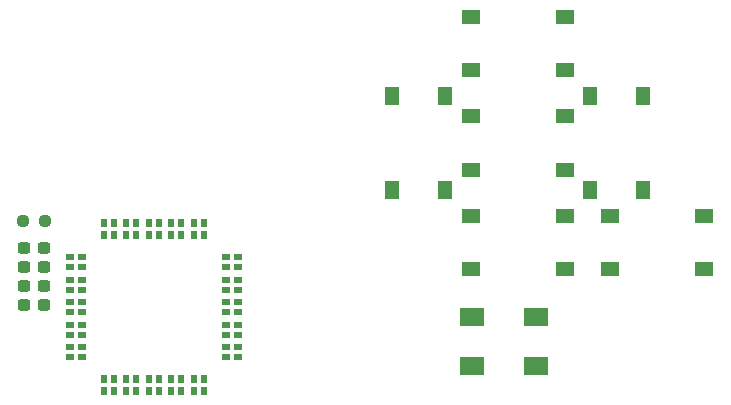
<source format=gbr>
%TF.GenerationSoftware,KiCad,Pcbnew,7.0.5-1.fc38*%
%TF.CreationDate,2023-06-12T10:00:34+02:00*%
%TF.ProjectId,gps_compass,6770735f-636f-46d7-9061-73732e6b6963,rev?*%
%TF.SameCoordinates,Original*%
%TF.FileFunction,Paste,Top*%
%TF.FilePolarity,Positive*%
%FSLAX46Y46*%
G04 Gerber Fmt 4.6, Leading zero omitted, Abs format (unit mm)*
G04 Created by KiCad (PCBNEW 7.0.5-1.fc38) date 2023-06-12 10:00:34*
%MOMM*%
%LPD*%
G01*
G04 APERTURE LIST*
G04 Aperture macros list*
%AMRoundRect*
0 Rectangle with rounded corners*
0 $1 Rounding radius*
0 $2 $3 $4 $5 $6 $7 $8 $9 X,Y pos of 4 corners*
0 Add a 4 corners polygon primitive as box body*
4,1,4,$2,$3,$4,$5,$6,$7,$8,$9,$2,$3,0*
0 Add four circle primitives for the rounded corners*
1,1,$1+$1,$2,$3*
1,1,$1+$1,$4,$5*
1,1,$1+$1,$6,$7*
1,1,$1+$1,$8,$9*
0 Add four rect primitives between the rounded corners*
20,1,$1+$1,$2,$3,$4,$5,0*
20,1,$1+$1,$4,$5,$6,$7,0*
20,1,$1+$1,$6,$7,$8,$9,0*
20,1,$1+$1,$8,$9,$2,$3,0*%
G04 Aperture macros list end*
%ADD10R,1.550000X1.300000*%
%ADD11RoundRect,0.237500X0.300000X0.237500X-0.300000X0.237500X-0.300000X-0.237500X0.300000X-0.237500X0*%
%ADD12R,1.300000X1.550000*%
%ADD13R,2.000000X1.600000*%
%ADD14RoundRect,0.237500X0.250000X0.237500X-0.250000X0.237500X-0.250000X-0.237500X0.250000X-0.237500X0*%
%ADD15R,0.720000X0.580000*%
%ADD16R,0.580000X0.720000*%
G04 APERTURE END LIST*
D10*
%TO.C,SWup1*%
X122265000Y-56850000D03*
X114315000Y-56850000D03*
X122265000Y-52350000D03*
X114315000Y-52350000D03*
%TD*%
D11*
%TO.C,C3*%
X78162500Y-75100000D03*
X76437500Y-75100000D03*
%TD*%
%TO.C,C9*%
X78162500Y-73500000D03*
X76437500Y-73500000D03*
%TD*%
%TO.C,C8*%
X78162500Y-71900000D03*
X76437500Y-71900000D03*
%TD*%
D12*
%TO.C,SWright1*%
X124400000Y-66975000D03*
X124400000Y-59025000D03*
X128900000Y-66975000D03*
X128900000Y-59025000D03*
%TD*%
D13*
%TO.C,Prog*%
X114400000Y-77750000D03*
X119800000Y-77750000D03*
%TD*%
D10*
%TO.C,SWb1*%
X134050000Y-73650000D03*
X126100000Y-73650000D03*
X134050000Y-69150000D03*
X126100000Y-69150000D03*
%TD*%
%TO.C,SWa1*%
X122225000Y-65250000D03*
X114275000Y-65250000D03*
X122225000Y-60750000D03*
X114275000Y-60750000D03*
%TD*%
%TO.C,SWdown1*%
X122225000Y-73650000D03*
X114275000Y-73650000D03*
X122225000Y-69150000D03*
X114275000Y-69150000D03*
%TD*%
D14*
%TO.C,R4*%
X78212500Y-69600000D03*
X76387500Y-69600000D03*
%TD*%
D11*
%TO.C,C4*%
X78162500Y-76700000D03*
X76437500Y-76700000D03*
%TD*%
D15*
%TO.C,GPS*%
X80350000Y-72675000D03*
X80350000Y-73525000D03*
X80350000Y-74575000D03*
X80350000Y-75425000D03*
X80350000Y-76475000D03*
X80350000Y-77325000D03*
X80350000Y-78375000D03*
X80350000Y-79225000D03*
X80350000Y-80275000D03*
X80350000Y-81125000D03*
X81350000Y-72675000D03*
X81350000Y-73525000D03*
X81350000Y-74575000D03*
X81350000Y-75425000D03*
X81350000Y-76475000D03*
X81350000Y-77325000D03*
X81350000Y-78375000D03*
X81350000Y-79225000D03*
X81350000Y-80275000D03*
X81350000Y-81125000D03*
D16*
X83225000Y-69800000D03*
X83225000Y-70800000D03*
X83225000Y-83000000D03*
X83225000Y-84000000D03*
X84075000Y-69800000D03*
X84075000Y-70800000D03*
X84075000Y-83000000D03*
X84075000Y-84000000D03*
X85125000Y-69800000D03*
X85125000Y-70800000D03*
X85125000Y-83000000D03*
X85125000Y-84000000D03*
X85975000Y-69800000D03*
X85975000Y-70800000D03*
X85975000Y-83000000D03*
X85975000Y-84000000D03*
X87025000Y-69800000D03*
X87025000Y-70800000D03*
X87025000Y-83000000D03*
X87025000Y-84000000D03*
X87875000Y-69800000D03*
X87875000Y-70800000D03*
X87875000Y-83000000D03*
X87875000Y-84000000D03*
X88925000Y-69800000D03*
X88925000Y-70800000D03*
X88925000Y-83000000D03*
X88925000Y-84000000D03*
X89775000Y-69800000D03*
X89775000Y-70800000D03*
X89775000Y-83000000D03*
X89775000Y-84000000D03*
X90825000Y-69800000D03*
X90825000Y-70800000D03*
X90825000Y-83000000D03*
X90825000Y-84000000D03*
X91675000Y-69800000D03*
X91675000Y-70800000D03*
X91675000Y-83000000D03*
X91675000Y-84000000D03*
D15*
X93550000Y-72675000D03*
X93550000Y-73525000D03*
X93550000Y-74575000D03*
X93550000Y-75425000D03*
X93550000Y-76475000D03*
X93550000Y-77325000D03*
X93550000Y-78375000D03*
X93550000Y-79225000D03*
X93550000Y-80275000D03*
X93550000Y-81125000D03*
X94550000Y-72675000D03*
X94550000Y-73525000D03*
X94550000Y-74575000D03*
X94550000Y-75425000D03*
X94550000Y-76475000D03*
X94550000Y-77325000D03*
X94550000Y-78375000D03*
X94550000Y-79225000D03*
X94550000Y-80275000D03*
X94550000Y-81125000D03*
%TD*%
D12*
%TO.C,SWleft1*%
X107600000Y-66985000D03*
X107600000Y-59035000D03*
X112100000Y-66985000D03*
X112100000Y-59035000D03*
%TD*%
D13*
%TO.C,En*%
X119800000Y-81850000D03*
X114400000Y-81850000D03*
%TD*%
M02*

</source>
